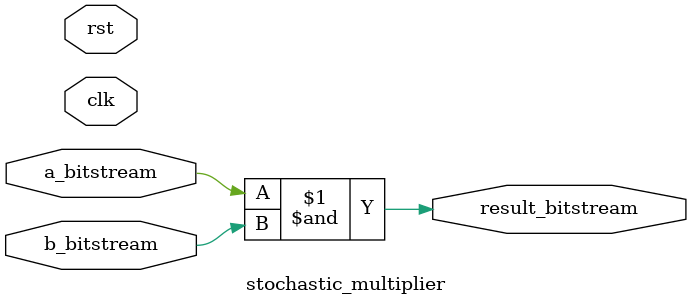
<source format=v>
`timescale 1ns / 1ps

module stochastic_multiplier (
    input wire clk,
    input wire rst,
    input wire a_bitstream,
    input wire b_bitstream,
    output wire result_bitstream
);

    // Simple AND gate for stochastic multiplication
    // P(result=1) = P(a=1) * P(b=1)
    assign result_bitstream = a_bitstream & b_bitstream;

endmodule
</source>
